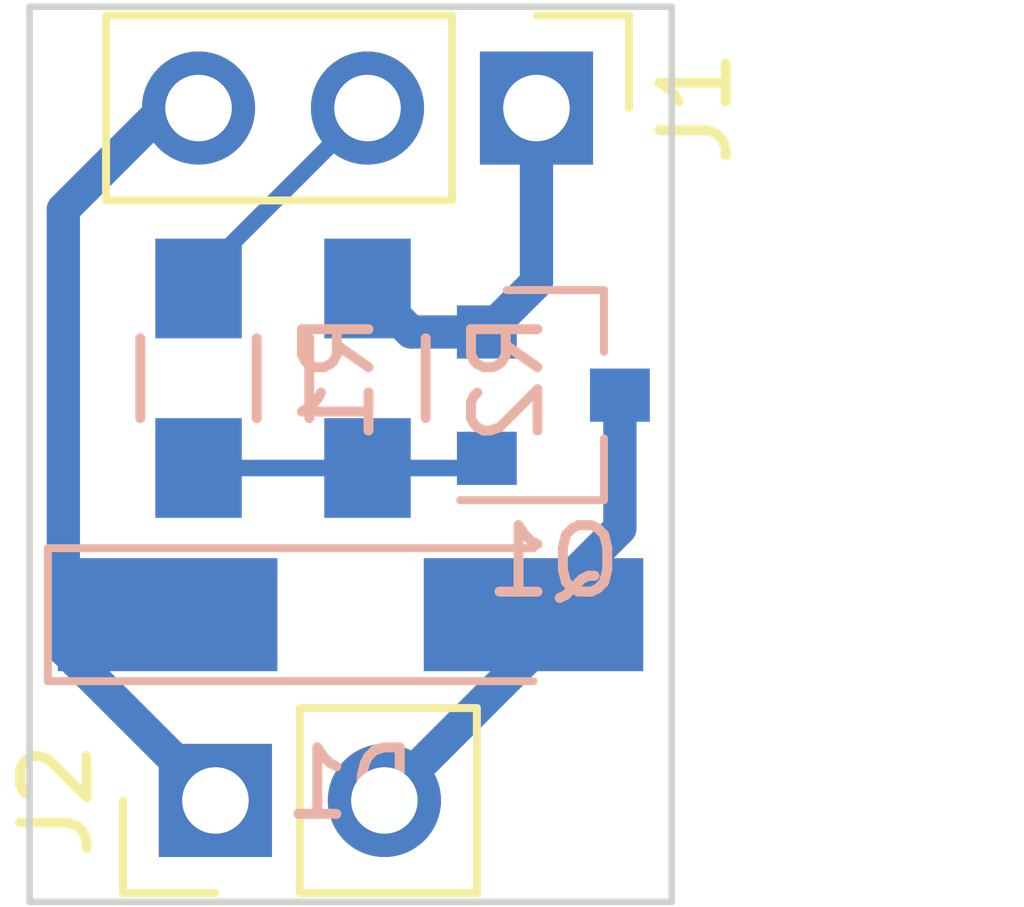
<source format=kicad_pcb>
(kicad_pcb (version 4) (host pcbnew 4.0.7-e2-6376~58~ubuntu17.04.1)

  (general
    (links 9)
    (no_connects 0)
    (area 138.875 96.469999 156.250382 112.53119)
    (thickness 1.6)
    (drawings 4)
    (tracks 20)
    (zones 0)
    (modules 6)
    (nets 6)
  )

  (page A4)
  (layers
    (0 F.Cu signal)
    (31 B.Cu signal)
    (32 B.Adhes user)
    (33 F.Adhes user)
    (34 B.Paste user)
    (35 F.Paste user)
    (36 B.SilkS user)
    (37 F.SilkS user)
    (38 B.Mask user)
    (39 F.Mask user)
    (40 Dwgs.User user)
    (41 Cmts.User user)
    (42 Eco1.User user)
    (43 Eco2.User user hide)
    (44 Edge.Cuts user)
    (45 Margin user)
    (46 B.CrtYd user hide)
    (47 F.CrtYd user)
    (48 B.Fab user)
    (49 F.Fab user hide)
  )

  (setup
    (last_trace_width 0.25)
    (trace_clearance 0.2)
    (zone_clearance 0.508)
    (zone_45_only no)
    (trace_min 0.2)
    (segment_width 0.2)
    (edge_width 0.1)
    (via_size 0.6)
    (via_drill 0.4)
    (via_min_size 0.4)
    (via_min_drill 0.3)
    (uvia_size 0.3)
    (uvia_drill 0.1)
    (uvias_allowed no)
    (uvia_min_size 0.2)
    (uvia_min_drill 0.1)
    (pcb_text_width 0.3)
    (pcb_text_size 1.5 1.5)
    (mod_edge_width 0.15)
    (mod_text_size 1 1)
    (mod_text_width 0.15)
    (pad_size 1.524 1.524)
    (pad_drill 0.762)
    (pad_to_mask_clearance 0.2)
    (aux_axis_origin 0 0)
    (visible_elements FFFFFF1F)
    (pcbplotparams
      (layerselection 0x00030_80000001)
      (usegerberextensions false)
      (excludeedgelayer true)
      (linewidth 0.100000)
      (plotframeref false)
      (viasonmask false)
      (mode 1)
      (useauxorigin false)
      (hpglpennumber 1)
      (hpglpenspeed 20)
      (hpglpendiameter 15)
      (hpglpenoverlay 2)
      (psnegative false)
      (psa4output false)
      (plotreference true)
      (plotvalue true)
      (plotinvisibletext false)
      (padsonsilk false)
      (subtractmaskfromsilk false)
      (outputformat 1)
      (mirror false)
      (drillshape 1)
      (scaleselection 1)
      (outputdirectory ""))
  )

  (net 0 "")
  (net 1 /+12V)
  (net 2 /FAN-)
  (net 3 /GND)
  (net 4 /SER2)
  (net 5 "Net-(Q1-Pad1)")

  (net_class Default "This is the default net class."
    (clearance 0.2)
    (trace_width 0.25)
    (via_dia 0.6)
    (via_drill 0.4)
    (uvia_dia 0.3)
    (uvia_drill 0.1)
    (add_net /SER2)
    (add_net "Net-(Q1-Pad1)")
  )

  (net_class Power ""
    (clearance 0.2)
    (trace_width 0.5)
    (via_dia 0.8)
    (via_drill 0.5)
    (uvia_dia 0.3)
    (uvia_drill 0.1)
    (add_net /+12V)
    (add_net /FAN-)
    (add_net /GND)
  )

  (module Pin_Headers:Pin_Header_Straight_1x03_Pitch2.54mm (layer F.Cu) (tedit 5862ED52) (tstamp 59BF7D6C)
    (at 148.082 99.314 270)
    (descr "Through hole straight pin header, 1x03, 2.54mm pitch, single row")
    (tags "Through hole pin header THT 1x03 2.54mm single row")
    (path /59BF79FE)
    (fp_text reference J1 (at 0 -2.39 270) (layer F.SilkS)
      (effects (font (size 1 1) (thickness 0.15)))
    )
    (fp_text value RAMPS (at 0 7.47 270) (layer F.Fab)
      (effects (font (size 1 1) (thickness 0.15)))
    )
    (fp_line (start -1.27 -1.27) (end -1.27 6.35) (layer F.Fab) (width 0.1))
    (fp_line (start -1.27 6.35) (end 1.27 6.35) (layer F.Fab) (width 0.1))
    (fp_line (start 1.27 6.35) (end 1.27 -1.27) (layer F.Fab) (width 0.1))
    (fp_line (start 1.27 -1.27) (end -1.27 -1.27) (layer F.Fab) (width 0.1))
    (fp_line (start -1.39 1.27) (end -1.39 6.47) (layer F.SilkS) (width 0.12))
    (fp_line (start -1.39 6.47) (end 1.39 6.47) (layer F.SilkS) (width 0.12))
    (fp_line (start 1.39 6.47) (end 1.39 1.27) (layer F.SilkS) (width 0.12))
    (fp_line (start 1.39 1.27) (end -1.39 1.27) (layer F.SilkS) (width 0.12))
    (fp_line (start -1.39 0) (end -1.39 -1.39) (layer F.SilkS) (width 0.12))
    (fp_line (start -1.39 -1.39) (end 0 -1.39) (layer F.SilkS) (width 0.12))
    (fp_line (start -1.6 -1.6) (end -1.6 6.6) (layer F.CrtYd) (width 0.05))
    (fp_line (start -1.6 6.6) (end 1.6 6.6) (layer F.CrtYd) (width 0.05))
    (fp_line (start 1.6 6.6) (end 1.6 -1.6) (layer F.CrtYd) (width 0.05))
    (fp_line (start 1.6 -1.6) (end -1.6 -1.6) (layer F.CrtYd) (width 0.05))
    (pad 1 thru_hole rect (at 0 0 270) (size 1.7 1.7) (drill 1) (layers *.Cu *.Mask)
      (net 3 /GND))
    (pad 2 thru_hole oval (at 0 2.54 270) (size 1.7 1.7) (drill 1) (layers *.Cu *.Mask)
      (net 4 /SER2))
    (pad 3 thru_hole oval (at 0 5.08 270) (size 1.7 1.7) (drill 1) (layers *.Cu *.Mask)
      (net 1 /+12V))
    (model Pin_Headers.3dshapes/Pin_Header_Straight_1x03_Pitch2.54mm.wrl
      (at (xyz 0 -0.1 0))
      (scale (xyz 1 1 1))
      (rotate (xyz 0 0 90))
    )
  )

  (module Pin_Headers:Pin_Header_Straight_1x02_Pitch2.54mm (layer F.Cu) (tedit 5862ED52) (tstamp 59BF7D72)
    (at 143.256 109.728 90)
    (descr "Through hole straight pin header, 1x02, 2.54mm pitch, single row")
    (tags "Through hole pin header THT 1x02 2.54mm single row")
    (path /59BF7B3A)
    (fp_text reference J2 (at 0 -2.39 90) (layer F.SilkS)
      (effects (font (size 1 1) (thickness 0.15)))
    )
    (fp_text value FAN (at 0 4.93 90) (layer F.Fab)
      (effects (font (size 1 1) (thickness 0.15)))
    )
    (fp_line (start -1.27 -1.27) (end -1.27 3.81) (layer F.Fab) (width 0.1))
    (fp_line (start -1.27 3.81) (end 1.27 3.81) (layer F.Fab) (width 0.1))
    (fp_line (start 1.27 3.81) (end 1.27 -1.27) (layer F.Fab) (width 0.1))
    (fp_line (start 1.27 -1.27) (end -1.27 -1.27) (layer F.Fab) (width 0.1))
    (fp_line (start -1.39 1.27) (end -1.39 3.93) (layer F.SilkS) (width 0.12))
    (fp_line (start -1.39 3.93) (end 1.39 3.93) (layer F.SilkS) (width 0.12))
    (fp_line (start 1.39 3.93) (end 1.39 1.27) (layer F.SilkS) (width 0.12))
    (fp_line (start 1.39 1.27) (end -1.39 1.27) (layer F.SilkS) (width 0.12))
    (fp_line (start -1.39 0) (end -1.39 -1.39) (layer F.SilkS) (width 0.12))
    (fp_line (start -1.39 -1.39) (end 0 -1.39) (layer F.SilkS) (width 0.12))
    (fp_line (start -1.6 -1.6) (end -1.6 4.1) (layer F.CrtYd) (width 0.05))
    (fp_line (start -1.6 4.1) (end 1.6 4.1) (layer F.CrtYd) (width 0.05))
    (fp_line (start 1.6 4.1) (end 1.6 -1.6) (layer F.CrtYd) (width 0.05))
    (fp_line (start 1.6 -1.6) (end -1.6 -1.6) (layer F.CrtYd) (width 0.05))
    (pad 1 thru_hole rect (at 0 0 90) (size 1.7 1.7) (drill 1) (layers *.Cu *.Mask)
      (net 1 /+12V))
    (pad 2 thru_hole oval (at 0 2.54 90) (size 1.7 1.7) (drill 1) (layers *.Cu *.Mask)
      (net 2 /FAN-))
    (model Pin_Headers.3dshapes/Pin_Header_Straight_1x02_Pitch2.54mm.wrl
      (at (xyz 0 -0.05 0))
      (scale (xyz 1 1 1))
      (rotate (xyz 0 0 90))
    )
  )

  (module TO_SOT_Packages_SMD:SOT-23 (layer B.Cu) (tedit 5883B105) (tstamp 59BF7D79)
    (at 148.336 103.632)
    (descr "SOT-23, Standard")
    (tags SOT-23)
    (path /59BF80F6)
    (attr smd)
    (fp_text reference Q1 (at 0 2.5) (layer B.SilkS)
      (effects (font (size 1 1) (thickness 0.15)) (justify mirror))
    )
    (fp_text value "MMBF170 (BS170)" (at 0 -2.5) (layer B.Fab)
      (effects (font (size 1 1) (thickness 0.15)) (justify mirror))
    )
    (fp_line (start -0.7 0.95) (end -0.7 -1.5) (layer B.Fab) (width 0.1))
    (fp_line (start -0.15 1.52) (end 0.7 1.52) (layer B.Fab) (width 0.1))
    (fp_line (start -0.7 0.95) (end -0.15 1.52) (layer B.Fab) (width 0.1))
    (fp_line (start 0.7 1.52) (end 0.7 -1.52) (layer B.Fab) (width 0.1))
    (fp_line (start -0.7 -1.52) (end 0.7 -1.52) (layer B.Fab) (width 0.1))
    (fp_line (start 0.76 -1.58) (end 0.76 -0.65) (layer B.SilkS) (width 0.12))
    (fp_line (start 0.76 1.58) (end 0.76 0.65) (layer B.SilkS) (width 0.12))
    (fp_line (start -1.7 1.75) (end 1.7 1.75) (layer B.CrtYd) (width 0.05))
    (fp_line (start 1.7 1.75) (end 1.7 -1.75) (layer B.CrtYd) (width 0.05))
    (fp_line (start 1.7 -1.75) (end -1.7 -1.75) (layer B.CrtYd) (width 0.05))
    (fp_line (start -1.7 -1.75) (end -1.7 1.75) (layer B.CrtYd) (width 0.05))
    (fp_line (start 0.76 1.58) (end -1.4 1.58) (layer B.SilkS) (width 0.12))
    (fp_line (start 0.76 -1.58) (end -0.7 -1.58) (layer B.SilkS) (width 0.12))
    (pad 1 smd rect (at -1 0.95) (size 0.9 0.8) (layers B.Cu B.Paste B.Mask)
      (net 5 "Net-(Q1-Pad1)"))
    (pad 2 smd rect (at -1 -0.95) (size 0.9 0.8) (layers B.Cu B.Paste B.Mask)
      (net 3 /GND))
    (pad 3 smd rect (at 1 0) (size 0.9 0.8) (layers B.Cu B.Paste B.Mask)
      (net 2 /FAN-))
    (model TO_SOT_Packages_SMD.3dshapes/SOT-23.wrl
      (at (xyz 0 0 0))
      (scale (xyz 1 1 1))
      (rotate (xyz 0 0 90))
    )
  )

  (module Diodes_SMD:D_MiniMELF_Handsoldering (layer B.Cu) (tedit 586459CA) (tstamp 59BF7E5A)
    (at 145.288 106.934)
    (descr "Diode Mini-MELF Handsoldering")
    (tags "Diode Mini-MELF Handsoldering")
    (path /59BF78B6)
    (attr smd)
    (fp_text reference D1 (at 0 2.54) (layer B.SilkS)
      (effects (font (size 1 1) (thickness 0.15)) (justify mirror))
    )
    (fp_text value 1N4148 (at 0 -3.81) (layer B.Fab)
      (effects (font (size 1 1) (thickness 0.15)) (justify mirror))
    )
    (fp_line (start 2.75 1) (end -4.55 1) (layer B.SilkS) (width 0.12))
    (fp_line (start -4.55 1) (end -4.55 -1) (layer B.SilkS) (width 0.12))
    (fp_line (start -4.55 -1) (end 2.75 -1) (layer B.SilkS) (width 0.12))
    (fp_line (start 1.65 0.8) (end 1.65 -0.8) (layer B.Fab) (width 0.1))
    (fp_line (start 1.65 -0.8) (end -1.65 -0.8) (layer B.Fab) (width 0.1))
    (fp_line (start -1.65 -0.8) (end -1.65 0.8) (layer B.Fab) (width 0.1))
    (fp_line (start -1.65 0.8) (end 1.65 0.8) (layer B.Fab) (width 0.1))
    (fp_line (start 0.25 0) (end 0.75 0) (layer B.Fab) (width 0.1))
    (fp_line (start 0.25 -0.4) (end -0.35 0) (layer B.Fab) (width 0.1))
    (fp_line (start 0.25 0.4) (end 0.25 -0.4) (layer B.Fab) (width 0.1))
    (fp_line (start -0.35 0) (end 0.25 0.4) (layer B.Fab) (width 0.1))
    (fp_line (start -0.35 0) (end -0.35 -0.55) (layer B.Fab) (width 0.1))
    (fp_line (start -0.35 0) (end -0.35 0.55) (layer B.Fab) (width 0.1))
    (fp_line (start -0.75 0) (end -0.35 0) (layer B.Fab) (width 0.1))
    (fp_line (start -4.65 1.1) (end 4.65 1.1) (layer B.CrtYd) (width 0.05))
    (fp_line (start 4.65 1.1) (end 4.65 -1.1) (layer B.CrtYd) (width 0.05))
    (fp_line (start 4.65 -1.1) (end -4.65 -1.1) (layer B.CrtYd) (width 0.05))
    (fp_line (start -4.65 -1.1) (end -4.65 1.1) (layer B.CrtYd) (width 0.05))
    (pad 1 smd rect (at -2.75 0) (size 3.3 1.7) (layers B.Cu B.Paste B.Mask)
      (net 1 /+12V))
    (pad 2 smd rect (at 2.75 0) (size 3.3 1.7) (layers B.Cu B.Paste B.Mask)
      (net 2 /FAN-))
    (model Diodes_SMD.3dshapes/D_MiniMELF_Handsoldering.wrl
      (at (xyz 0 0 0))
      (scale (xyz 0.3937 0.3937 0.3937))
      (rotate (xyz 0 0 180))
    )
  )

  (module Resistors_SMD:R_0805_HandSoldering (layer B.Cu) (tedit 58307B90) (tstamp 59BF7E60)
    (at 143.002 103.378 90)
    (descr "Resistor SMD 0805, hand soldering")
    (tags "resistor 0805")
    (path /59BF7975)
    (attr smd)
    (fp_text reference R1 (at 0 2.1 90) (layer B.SilkS)
      (effects (font (size 1 1) (thickness 0.15)) (justify mirror))
    )
    (fp_text value 1k (at 0 -2.1 90) (layer B.Fab)
      (effects (font (size 1 1) (thickness 0.15)) (justify mirror))
    )
    (fp_line (start -1 -0.625) (end -1 0.625) (layer B.Fab) (width 0.1))
    (fp_line (start 1 -0.625) (end -1 -0.625) (layer B.Fab) (width 0.1))
    (fp_line (start 1 0.625) (end 1 -0.625) (layer B.Fab) (width 0.1))
    (fp_line (start -1 0.625) (end 1 0.625) (layer B.Fab) (width 0.1))
    (fp_line (start -2.4 1) (end 2.4 1) (layer B.CrtYd) (width 0.05))
    (fp_line (start -2.4 -1) (end 2.4 -1) (layer B.CrtYd) (width 0.05))
    (fp_line (start -2.4 1) (end -2.4 -1) (layer B.CrtYd) (width 0.05))
    (fp_line (start 2.4 1) (end 2.4 -1) (layer B.CrtYd) (width 0.05))
    (fp_line (start 0.6 -0.875) (end -0.6 -0.875) (layer B.SilkS) (width 0.15))
    (fp_line (start -0.6 0.875) (end 0.6 0.875) (layer B.SilkS) (width 0.15))
    (pad 1 smd rect (at -1.35 0 90) (size 1.5 1.3) (layers B.Cu B.Paste B.Mask)
      (net 5 "Net-(Q1-Pad1)"))
    (pad 2 smd rect (at 1.35 0 90) (size 1.5 1.3) (layers B.Cu B.Paste B.Mask)
      (net 4 /SER2))
    (model Resistors_SMD.3dshapes/R_0805_HandSoldering.wrl
      (at (xyz 0 0 0))
      (scale (xyz 1 1 1))
      (rotate (xyz 0 0 0))
    )
  )

  (module Resistors_SMD:R_0805_HandSoldering (layer B.Cu) (tedit 58307B90) (tstamp 59BF7E66)
    (at 145.542 103.378 90)
    (descr "Resistor SMD 0805, hand soldering")
    (tags "resistor 0805")
    (path /59BF7925)
    (attr smd)
    (fp_text reference R2 (at 0 2.1 90) (layer B.SilkS)
      (effects (font (size 1 1) (thickness 0.15)) (justify mirror))
    )
    (fp_text value 100k (at 0 -2.1 90) (layer B.Fab)
      (effects (font (size 1 1) (thickness 0.15)) (justify mirror))
    )
    (fp_line (start -1 -0.625) (end -1 0.625) (layer B.Fab) (width 0.1))
    (fp_line (start 1 -0.625) (end -1 -0.625) (layer B.Fab) (width 0.1))
    (fp_line (start 1 0.625) (end 1 -0.625) (layer B.Fab) (width 0.1))
    (fp_line (start -1 0.625) (end 1 0.625) (layer B.Fab) (width 0.1))
    (fp_line (start -2.4 1) (end 2.4 1) (layer B.CrtYd) (width 0.05))
    (fp_line (start -2.4 -1) (end 2.4 -1) (layer B.CrtYd) (width 0.05))
    (fp_line (start -2.4 1) (end -2.4 -1) (layer B.CrtYd) (width 0.05))
    (fp_line (start 2.4 1) (end 2.4 -1) (layer B.CrtYd) (width 0.05))
    (fp_line (start 0.6 -0.875) (end -0.6 -0.875) (layer B.SilkS) (width 0.15))
    (fp_line (start -0.6 0.875) (end 0.6 0.875) (layer B.SilkS) (width 0.15))
    (pad 1 smd rect (at -1.35 0 90) (size 1.5 1.3) (layers B.Cu B.Paste B.Mask)
      (net 5 "Net-(Q1-Pad1)"))
    (pad 2 smd rect (at 1.35 0 90) (size 1.5 1.3) (layers B.Cu B.Paste B.Mask)
      (net 3 /GND))
    (model Resistors_SMD.3dshapes/R_0805_HandSoldering.wrl
      (at (xyz 0 0 0))
      (scale (xyz 1 1 1))
      (rotate (xyz 0 0 0))
    )
  )

  (gr_line (start 140.462 97.79) (end 140.462 111.252) (angle 90) (layer Edge.Cuts) (width 0.1))
  (gr_line (start 150.114 97.79) (end 140.462 97.79) (angle 90) (layer Edge.Cuts) (width 0.1))
  (gr_line (start 150.114 111.252) (end 150.114 97.79) (angle 90) (layer Edge.Cuts) (width 0.1))
  (gr_line (start 140.462 111.252) (end 150.114 111.252) (angle 90) (layer Edge.Cuts) (width 0.1))

  (segment (start 142.538 106.934) (end 140.97 106.934) (width 0.5) (layer B.Cu) (net 1) (status 10))
  (segment (start 143.256 109.728) (end 140.97 107.442) (width 0.5) (layer B.Cu) (net 1))
  (segment (start 142.494 99.314) (end 143.002 99.314) (width 0.5) (layer B.Cu) (net 1) (tstamp 59BF85EC))
  (segment (start 140.97 100.838) (end 142.494 99.314) (width 0.5) (layer B.Cu) (net 1) (tstamp 59BF85EB))
  (segment (start 140.97 107.442) (end 140.97 106.934) (width 0.5) (layer B.Cu) (net 1) (tstamp 59BF85E9))
  (segment (start 140.97 106.934) (end 140.97 100.838) (width 0.5) (layer B.Cu) (net 1) (tstamp 59BF8647))
  (segment (start 148.038 106.934) (end 149.336 105.636) (width 0.5) (layer B.Cu) (net 2) (status 400000))
  (segment (start 149.336 105.636) (end 149.336 103.632) (width 0.5) (layer B.Cu) (net 2) (tstamp 59BF867D) (status 800000))
  (segment (start 145.796 109.728) (end 148.038 107.486) (width 0.5) (layer B.Cu) (net 2) (status C00000))
  (segment (start 148.038 107.486) (end 148.038 106.934) (width 0.5) (layer B.Cu) (net 2) (tstamp 59BF8677) (status C00000))
  (segment (start 145.542 102.028) (end 146.196 102.682) (width 0.5) (layer B.Cu) (net 3) (status 400000))
  (segment (start 146.196 102.682) (end 147.336 102.682) (width 0.5) (layer B.Cu) (net 3) (tstamp 59BF869C) (status 800000))
  (segment (start 147.336 102.682) (end 148.082 101.936) (width 0.5) (layer B.Cu) (net 3) (status 400000))
  (segment (start 148.082 101.936) (end 148.082 99.314) (width 0.5) (layer B.Cu) (net 3) (tstamp 59BF8696) (status 800000))
  (segment (start 143.002 102.028) (end 143.002 101.854) (width 0.25) (layer B.Cu) (net 4) (status C00000))
  (segment (start 143.002 101.854) (end 145.542 99.314) (width 0.25) (layer B.Cu) (net 4) (tstamp 59BF8688) (status C00000))
  (segment (start 145.542 104.728) (end 143.002 104.728) (width 0.25) (layer B.Cu) (net 5) (status C00000))
  (segment (start 147.336 104.582) (end 147.19 104.728) (width 0.25) (layer B.Cu) (net 5) (status C00000))
  (segment (start 147.19 104.728) (end 145.542 104.728) (width 0.25) (layer B.Cu) (net 5) (tstamp 59BF8682) (status C00000))
  (segment (start 145.688 104.582) (end 145.542 104.728) (width 0.25) (layer B.Cu) (net 5) (tstamp 59BF80C0) (status 30))

)

</source>
